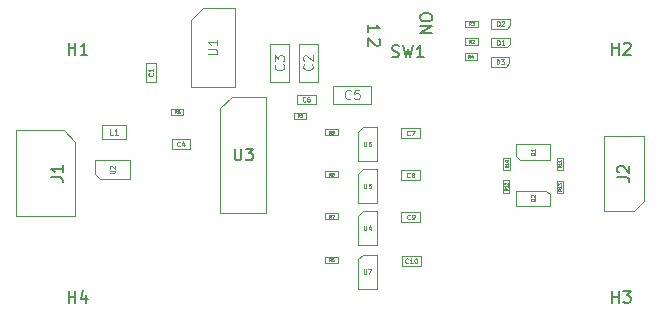
<source format=gbr>
%TF.GenerationSoftware,KiCad,Pcbnew,(6.0.9)*%
%TF.CreationDate,2022-11-08T23:36:55-08:00*%
%TF.ProjectId,esp32-prog,65737033-322d-4707-926f-672e6b696361,rev?*%
%TF.SameCoordinates,PX8f0d180PY2d4cae0*%
%TF.FileFunction,AssemblyDrawing,Top*%
%FSLAX46Y46*%
G04 Gerber Fmt 4.6, Leading zero omitted, Abs format (unit mm)*
G04 Created by KiCad (PCBNEW (6.0.9)) date 2022-11-08 23:36:55*
%MOMM*%
%LPD*%
G01*
G04 APERTURE LIST*
%ADD10C,0.120000*%
%ADD11C,0.080000*%
%ADD12C,0.060000*%
%ADD13C,0.040000*%
%ADD14C,0.150000*%
%ADD15C,0.050000*%
%ADD16C,0.100000*%
G04 APERTURE END LIST*
D10*
%TO.C,C5*%
X27614266Y-8653114D02*
X27576171Y-8691209D01*
X27461885Y-8729304D01*
X27385695Y-8729304D01*
X27271409Y-8691209D01*
X27195219Y-8615019D01*
X27157123Y-8538828D01*
X27119028Y-8386447D01*
X27119028Y-8272161D01*
X27157123Y-8119780D01*
X27195219Y-8043590D01*
X27271409Y-7967400D01*
X27385695Y-7929304D01*
X27461885Y-7929304D01*
X27576171Y-7967400D01*
X27614266Y-8005495D01*
X28338076Y-7929304D02*
X27957123Y-7929304D01*
X27919028Y-8310257D01*
X27957123Y-8272161D01*
X28033314Y-8234066D01*
X28223790Y-8234066D01*
X28299980Y-8272161D01*
X28338076Y-8310257D01*
X28376171Y-8386447D01*
X28376171Y-8576923D01*
X28338076Y-8653114D01*
X28299980Y-8691209D01*
X28223790Y-8729304D01*
X28033314Y-8729304D01*
X27957123Y-8691209D01*
X27919028Y-8653114D01*
D11*
%TO.C,L1*%
X7496666Y-11743190D02*
X7258571Y-11743190D01*
X7258571Y-11243190D01*
X7925238Y-11743190D02*
X7639523Y-11743190D01*
X7782380Y-11743190D02*
X7782380Y-11243190D01*
X7734761Y-11314619D01*
X7687142Y-11362238D01*
X7639523Y-11386047D01*
D12*
%TO.C,C1*%
X10844857Y-6529066D02*
X10863904Y-6548114D01*
X10882952Y-6605257D01*
X10882952Y-6643352D01*
X10863904Y-6700495D01*
X10825809Y-6738590D01*
X10787714Y-6757638D01*
X10711523Y-6776685D01*
X10654380Y-6776685D01*
X10578190Y-6757638D01*
X10540095Y-6738590D01*
X10502000Y-6700495D01*
X10482952Y-6643352D01*
X10482952Y-6605257D01*
X10502000Y-6548114D01*
X10521047Y-6529066D01*
X10882952Y-6148114D02*
X10882952Y-6376685D01*
X10882952Y-6262400D02*
X10482952Y-6262400D01*
X10540095Y-6300495D01*
X10578190Y-6338590D01*
X10597238Y-6376685D01*
%TO.C,U7*%
X28721838Y-23115352D02*
X28721838Y-23439161D01*
X28740885Y-23477257D01*
X28759933Y-23496304D01*
X28798028Y-23515352D01*
X28874219Y-23515352D01*
X28912314Y-23496304D01*
X28931361Y-23477257D01*
X28950409Y-23439161D01*
X28950409Y-23115352D01*
X29102790Y-23115352D02*
X29369457Y-23115352D01*
X29198028Y-23515352D01*
D13*
%TO.C,R10*%
X40920819Y-14353142D02*
X40797009Y-14439809D01*
X40920819Y-14501714D02*
X40660819Y-14501714D01*
X40660819Y-14402666D01*
X40673200Y-14377904D01*
X40685580Y-14365523D01*
X40710342Y-14353142D01*
X40747485Y-14353142D01*
X40772247Y-14365523D01*
X40784628Y-14377904D01*
X40797009Y-14402666D01*
X40797009Y-14501714D01*
X40920819Y-14105523D02*
X40920819Y-14254095D01*
X40920819Y-14179809D02*
X40660819Y-14179809D01*
X40697961Y-14204571D01*
X40722723Y-14229333D01*
X40735104Y-14254095D01*
X40660819Y-13944571D02*
X40660819Y-13919809D01*
X40673200Y-13895047D01*
X40685580Y-13882666D01*
X40710342Y-13870285D01*
X40759866Y-13857904D01*
X40821771Y-13857904D01*
X40871295Y-13870285D01*
X40896057Y-13882666D01*
X40908438Y-13895047D01*
X40920819Y-13919809D01*
X40920819Y-13944571D01*
X40908438Y-13969333D01*
X40896057Y-13981714D01*
X40871295Y-13994095D01*
X40821771Y-14006476D01*
X40759866Y-14006476D01*
X40710342Y-13994095D01*
X40685580Y-13981714D01*
X40673200Y-13969333D01*
X40660819Y-13944571D01*
D14*
%TO.C,SW1*%
X30014580Y-3627085D02*
X30062200Y-3674704D01*
X30109819Y-3769942D01*
X30109819Y-4008038D01*
X30062200Y-4103276D01*
X30014580Y-4150895D01*
X29919342Y-4198514D01*
X29824104Y-4198514D01*
X29681247Y-4150895D01*
X29109819Y-3579466D01*
X29109819Y-4198514D01*
X31128866Y-5117561D02*
X31271723Y-5165180D01*
X31509819Y-5165180D01*
X31605057Y-5117561D01*
X31652676Y-5069942D01*
X31700295Y-4974704D01*
X31700295Y-4879466D01*
X31652676Y-4784228D01*
X31605057Y-4736609D01*
X31509819Y-4688990D01*
X31319342Y-4641371D01*
X31224104Y-4593752D01*
X31176485Y-4546133D01*
X31128866Y-4450895D01*
X31128866Y-4355657D01*
X31176485Y-4260419D01*
X31224104Y-4212800D01*
X31319342Y-4165180D01*
X31557438Y-4165180D01*
X31700295Y-4212800D01*
X32033628Y-4165180D02*
X32271723Y-5165180D01*
X32462200Y-4450895D01*
X32652676Y-5165180D01*
X32890771Y-4165180D01*
X33795533Y-5165180D02*
X33224104Y-5165180D01*
X33509819Y-5165180D02*
X33509819Y-4165180D01*
X33414580Y-4308038D01*
X33319342Y-4403276D01*
X33224104Y-4450895D01*
X29109819Y-2998514D02*
X29109819Y-2427085D01*
X29109819Y-2712800D02*
X30109819Y-2712800D01*
X29966961Y-2617561D01*
X29871723Y-2522323D01*
X29824104Y-2427085D01*
X34509819Y-1693752D02*
X34509819Y-1884228D01*
X34462200Y-1979466D01*
X34366961Y-2074704D01*
X34176485Y-2122323D01*
X33843152Y-2122323D01*
X33652676Y-2074704D01*
X33557438Y-1979466D01*
X33509819Y-1884228D01*
X33509819Y-1693752D01*
X33557438Y-1598514D01*
X33652676Y-1503276D01*
X33843152Y-1455657D01*
X34176485Y-1455657D01*
X34366961Y-1503276D01*
X34462200Y-1598514D01*
X34509819Y-1693752D01*
X33509819Y-2550895D02*
X34509819Y-2550895D01*
X33509819Y-3122323D01*
X34509819Y-3122323D01*
D13*
%TO.C,R2*%
X37786666Y-3957619D02*
X37700000Y-3833809D01*
X37638095Y-3957619D02*
X37638095Y-3697619D01*
X37737142Y-3697619D01*
X37761904Y-3710000D01*
X37774285Y-3722380D01*
X37786666Y-3747142D01*
X37786666Y-3784285D01*
X37774285Y-3809047D01*
X37761904Y-3821428D01*
X37737142Y-3833809D01*
X37638095Y-3833809D01*
X37885714Y-3722380D02*
X37898095Y-3710000D01*
X37922857Y-3697619D01*
X37984761Y-3697619D01*
X38009523Y-3710000D01*
X38021904Y-3722380D01*
X38034285Y-3747142D01*
X38034285Y-3771904D01*
X38021904Y-3809047D01*
X37873333Y-3957619D01*
X38034285Y-3957619D01*
D12*
%TO.C,C10*%
X32477857Y-22562857D02*
X32458809Y-22581904D01*
X32401666Y-22600952D01*
X32363571Y-22600952D01*
X32306428Y-22581904D01*
X32268333Y-22543809D01*
X32249285Y-22505714D01*
X32230238Y-22429523D01*
X32230238Y-22372380D01*
X32249285Y-22296190D01*
X32268333Y-22258095D01*
X32306428Y-22220000D01*
X32363571Y-22200952D01*
X32401666Y-22200952D01*
X32458809Y-22220000D01*
X32477857Y-22239047D01*
X32858809Y-22600952D02*
X32630238Y-22600952D01*
X32744523Y-22600952D02*
X32744523Y-22200952D01*
X32706428Y-22258095D01*
X32668333Y-22296190D01*
X32630238Y-22315238D01*
X33106428Y-22200952D02*
X33144523Y-22200952D01*
X33182619Y-22220000D01*
X33201666Y-22239047D01*
X33220714Y-22277142D01*
X33239761Y-22353333D01*
X33239761Y-22448571D01*
X33220714Y-22524761D01*
X33201666Y-22562857D01*
X33182619Y-22581904D01*
X33144523Y-22600952D01*
X33106428Y-22600952D01*
X33068333Y-22581904D01*
X33049285Y-22562857D01*
X33030238Y-22524761D01*
X33011190Y-22448571D01*
X33011190Y-22353333D01*
X33030238Y-22277142D01*
X33049285Y-22239047D01*
X33068333Y-22220000D01*
X33106428Y-22200952D01*
D14*
%TO.C,H4*%
X3738095Y-25952380D02*
X3738095Y-24952380D01*
X3738095Y-25428571D02*
X4309523Y-25428571D01*
X4309523Y-25952380D02*
X4309523Y-24952380D01*
X5214285Y-25285714D02*
X5214285Y-25952380D01*
X4976190Y-24904761D02*
X4738095Y-25619047D01*
X5357142Y-25619047D01*
D12*
%TO.C,U6*%
X28721838Y-12320352D02*
X28721838Y-12644161D01*
X28740885Y-12682257D01*
X28759933Y-12701304D01*
X28798028Y-12720352D01*
X28874219Y-12720352D01*
X28912314Y-12701304D01*
X28931361Y-12682257D01*
X28950409Y-12644161D01*
X28950409Y-12320352D01*
X29312314Y-12320352D02*
X29236123Y-12320352D01*
X29198028Y-12339400D01*
X29178980Y-12358447D01*
X29140885Y-12415590D01*
X29121838Y-12491780D01*
X29121838Y-12644161D01*
X29140885Y-12682257D01*
X29159933Y-12701304D01*
X29198028Y-12720352D01*
X29274219Y-12720352D01*
X29312314Y-12701304D01*
X29331361Y-12682257D01*
X29350409Y-12644161D01*
X29350409Y-12548923D01*
X29331361Y-12510828D01*
X29312314Y-12491780D01*
X29274219Y-12472733D01*
X29198028Y-12472733D01*
X29159933Y-12491780D01*
X29140885Y-12510828D01*
X29121838Y-12548923D01*
D14*
%TO.C,H2*%
X49738095Y-4952380D02*
X49738095Y-3952380D01*
X49738095Y-4428571D02*
X50309523Y-4428571D01*
X50309523Y-4952380D02*
X50309523Y-3952380D01*
X50738095Y-4047619D02*
X50785714Y-4000000D01*
X50880952Y-3952380D01*
X51119047Y-3952380D01*
X51214285Y-4000000D01*
X51261904Y-4047619D01*
X51309523Y-4142857D01*
X51309523Y-4238095D01*
X51261904Y-4380952D01*
X50690476Y-4952380D01*
X51309523Y-4952380D01*
D12*
%TO.C,D3*%
X39962261Y-5752552D02*
X39962261Y-5352552D01*
X40057500Y-5352552D01*
X40114642Y-5371600D01*
X40152738Y-5409695D01*
X40171785Y-5447790D01*
X40190833Y-5523980D01*
X40190833Y-5581123D01*
X40171785Y-5657314D01*
X40152738Y-5695409D01*
X40114642Y-5733504D01*
X40057500Y-5752552D01*
X39962261Y-5752552D01*
X40324166Y-5352552D02*
X40571785Y-5352552D01*
X40438452Y-5504933D01*
X40495595Y-5504933D01*
X40533690Y-5523980D01*
X40552738Y-5543028D01*
X40571785Y-5581123D01*
X40571785Y-5676361D01*
X40552738Y-5714457D01*
X40533690Y-5733504D01*
X40495595Y-5752552D01*
X40381309Y-5752552D01*
X40343214Y-5733504D01*
X40324166Y-5714457D01*
D13*
%TO.C,R4*%
X37736666Y-5217619D02*
X37650000Y-5093809D01*
X37588095Y-5217619D02*
X37588095Y-4957619D01*
X37687142Y-4957619D01*
X37711904Y-4970000D01*
X37724285Y-4982380D01*
X37736666Y-5007142D01*
X37736666Y-5044285D01*
X37724285Y-5069047D01*
X37711904Y-5081428D01*
X37687142Y-5093809D01*
X37588095Y-5093809D01*
X37959523Y-5044285D02*
X37959523Y-5217619D01*
X37897619Y-4945238D02*
X37835714Y-5130952D01*
X37996666Y-5130952D01*
D12*
%TO.C,U4*%
X28721838Y-19432352D02*
X28721838Y-19756161D01*
X28740885Y-19794257D01*
X28759933Y-19813304D01*
X28798028Y-19832352D01*
X28874219Y-19832352D01*
X28912314Y-19813304D01*
X28931361Y-19794257D01*
X28950409Y-19756161D01*
X28950409Y-19432352D01*
X29312314Y-19565685D02*
X29312314Y-19832352D01*
X29217076Y-19413304D02*
X29121838Y-19699019D01*
X29369457Y-19699019D01*
D13*
%TO.C,R12*%
X40895419Y-16283542D02*
X40771609Y-16370209D01*
X40895419Y-16432114D02*
X40635419Y-16432114D01*
X40635419Y-16333066D01*
X40647800Y-16308304D01*
X40660180Y-16295923D01*
X40684942Y-16283542D01*
X40722085Y-16283542D01*
X40746847Y-16295923D01*
X40759228Y-16308304D01*
X40771609Y-16333066D01*
X40771609Y-16432114D01*
X40895419Y-16035923D02*
X40895419Y-16184495D01*
X40895419Y-16110209D02*
X40635419Y-16110209D01*
X40672561Y-16134971D01*
X40697323Y-16159733D01*
X40709704Y-16184495D01*
X40660180Y-15936876D02*
X40647800Y-15924495D01*
X40635419Y-15899733D01*
X40635419Y-15837828D01*
X40647800Y-15813066D01*
X40660180Y-15800685D01*
X40684942Y-15788304D01*
X40709704Y-15788304D01*
X40746847Y-15800685D01*
X40895419Y-15949257D01*
X40895419Y-15788304D01*
%TO.C,R9*%
X25935266Y-11641019D02*
X25848600Y-11517209D01*
X25786695Y-11641019D02*
X25786695Y-11381019D01*
X25885742Y-11381019D01*
X25910504Y-11393400D01*
X25922885Y-11405780D01*
X25935266Y-11430542D01*
X25935266Y-11467685D01*
X25922885Y-11492447D01*
X25910504Y-11504828D01*
X25885742Y-11517209D01*
X25786695Y-11517209D01*
X26059076Y-11641019D02*
X26108600Y-11641019D01*
X26133361Y-11628638D01*
X26145742Y-11616257D01*
X26170504Y-11579114D01*
X26182885Y-11529590D01*
X26182885Y-11430542D01*
X26170504Y-11405780D01*
X26158123Y-11393400D01*
X26133361Y-11381019D01*
X26083838Y-11381019D01*
X26059076Y-11393400D01*
X26046695Y-11405780D01*
X26034314Y-11430542D01*
X26034314Y-11492447D01*
X26046695Y-11517209D01*
X26059076Y-11529590D01*
X26083838Y-11541971D01*
X26133361Y-11541971D01*
X26158123Y-11529590D01*
X26170504Y-11517209D01*
X26182885Y-11492447D01*
%TO.C,R6*%
X25935266Y-22436019D02*
X25848600Y-22312209D01*
X25786695Y-22436019D02*
X25786695Y-22176019D01*
X25885742Y-22176019D01*
X25910504Y-22188400D01*
X25922885Y-22200780D01*
X25935266Y-22225542D01*
X25935266Y-22262685D01*
X25922885Y-22287447D01*
X25910504Y-22299828D01*
X25885742Y-22312209D01*
X25786695Y-22312209D01*
X26158123Y-22176019D02*
X26108600Y-22176019D01*
X26083838Y-22188400D01*
X26071457Y-22200780D01*
X26046695Y-22237923D01*
X26034314Y-22287447D01*
X26034314Y-22386495D01*
X26046695Y-22411257D01*
X26059076Y-22423638D01*
X26083838Y-22436019D01*
X26133361Y-22436019D01*
X26158123Y-22423638D01*
X26170504Y-22411257D01*
X26182885Y-22386495D01*
X26182885Y-22324590D01*
X26170504Y-22299828D01*
X26158123Y-22287447D01*
X26133361Y-22275066D01*
X26083838Y-22275066D01*
X26059076Y-22287447D01*
X26046695Y-22299828D01*
X26034314Y-22324590D01*
D14*
%TO.C,H3*%
X49738095Y-25952380D02*
X49738095Y-24952380D01*
X49738095Y-25428571D02*
X50309523Y-25428571D01*
X50309523Y-25952380D02*
X50309523Y-24952380D01*
X50690476Y-24952380D02*
X51309523Y-24952380D01*
X50976190Y-25333333D01*
X51119047Y-25333333D01*
X51214285Y-25380952D01*
X51261904Y-25428571D01*
X51309523Y-25523809D01*
X51309523Y-25761904D01*
X51261904Y-25857142D01*
X51214285Y-25904761D01*
X51119047Y-25952380D01*
X50833333Y-25952380D01*
X50738095Y-25904761D01*
X50690476Y-25857142D01*
D13*
%TO.C,R7*%
X25935266Y-18753019D02*
X25848600Y-18629209D01*
X25786695Y-18753019D02*
X25786695Y-18493019D01*
X25885742Y-18493019D01*
X25910504Y-18505400D01*
X25922885Y-18517780D01*
X25935266Y-18542542D01*
X25935266Y-18579685D01*
X25922885Y-18604447D01*
X25910504Y-18616828D01*
X25885742Y-18629209D01*
X25786695Y-18629209D01*
X26021933Y-18493019D02*
X26195266Y-18493019D01*
X26083838Y-18753019D01*
D14*
%TO.C,J1*%
X2256380Y-15333333D02*
X2970666Y-15333333D01*
X3113523Y-15380952D01*
X3208761Y-15476190D01*
X3256380Y-15619047D01*
X3256380Y-15714285D01*
X3256380Y-14333333D02*
X3256380Y-14904761D01*
X3256380Y-14619047D02*
X2256380Y-14619047D01*
X2399238Y-14714285D01*
X2494476Y-14809523D01*
X2542095Y-14904761D01*
D12*
%TO.C,U5*%
X28721838Y-15876352D02*
X28721838Y-16200161D01*
X28740885Y-16238257D01*
X28759933Y-16257304D01*
X28798028Y-16276352D01*
X28874219Y-16276352D01*
X28912314Y-16257304D01*
X28931361Y-16238257D01*
X28950409Y-16200161D01*
X28950409Y-15876352D01*
X29331361Y-15876352D02*
X29140885Y-15876352D01*
X29121838Y-16066828D01*
X29140885Y-16047780D01*
X29178980Y-16028733D01*
X29274219Y-16028733D01*
X29312314Y-16047780D01*
X29331361Y-16066828D01*
X29350409Y-16104923D01*
X29350409Y-16200161D01*
X29331361Y-16238257D01*
X29312314Y-16257304D01*
X29274219Y-16276352D01*
X29178980Y-16276352D01*
X29140885Y-16257304D01*
X29121838Y-16238257D01*
%TO.C,C7*%
X32617533Y-11742457D02*
X32598485Y-11761504D01*
X32541342Y-11780552D01*
X32503247Y-11780552D01*
X32446104Y-11761504D01*
X32408009Y-11723409D01*
X32388961Y-11685314D01*
X32369914Y-11609123D01*
X32369914Y-11551980D01*
X32388961Y-11475790D01*
X32408009Y-11437695D01*
X32446104Y-11399600D01*
X32503247Y-11380552D01*
X32541342Y-11380552D01*
X32598485Y-11399600D01*
X32617533Y-11418647D01*
X32750866Y-11380552D02*
X33017533Y-11380552D01*
X32846104Y-11780552D01*
D10*
%TO.C,C2*%
X24322714Y-5782933D02*
X24360809Y-5821028D01*
X24398904Y-5935314D01*
X24398904Y-6011504D01*
X24360809Y-6125790D01*
X24284619Y-6201980D01*
X24208428Y-6240076D01*
X24056047Y-6278171D01*
X23941761Y-6278171D01*
X23789380Y-6240076D01*
X23713190Y-6201980D01*
X23637000Y-6125790D01*
X23598904Y-6011504D01*
X23598904Y-5935314D01*
X23637000Y-5821028D01*
X23675095Y-5782933D01*
X23675095Y-5478171D02*
X23637000Y-5440076D01*
X23598904Y-5363885D01*
X23598904Y-5173409D01*
X23637000Y-5097219D01*
X23675095Y-5059123D01*
X23751285Y-5021028D01*
X23827476Y-5021028D01*
X23941761Y-5059123D01*
X24398904Y-5516266D01*
X24398904Y-5021028D01*
D13*
%TO.C,R11*%
X45442019Y-14353142D02*
X45318209Y-14439809D01*
X45442019Y-14501714D02*
X45182019Y-14501714D01*
X45182019Y-14402666D01*
X45194400Y-14377904D01*
X45206780Y-14365523D01*
X45231542Y-14353142D01*
X45268685Y-14353142D01*
X45293447Y-14365523D01*
X45305828Y-14377904D01*
X45318209Y-14402666D01*
X45318209Y-14501714D01*
X45442019Y-14105523D02*
X45442019Y-14254095D01*
X45442019Y-14179809D02*
X45182019Y-14179809D01*
X45219161Y-14204571D01*
X45243923Y-14229333D01*
X45256304Y-14254095D01*
X45442019Y-13857904D02*
X45442019Y-14006476D01*
X45442019Y-13932190D02*
X45182019Y-13932190D01*
X45219161Y-13956952D01*
X45243923Y-13981714D01*
X45256304Y-14006476D01*
D15*
%TO.C,Q2*%
X43239038Y-17137476D02*
X43223800Y-17167952D01*
X43193323Y-17198428D01*
X43147609Y-17244142D01*
X43132371Y-17274619D01*
X43132371Y-17305095D01*
X43208561Y-17289857D02*
X43193323Y-17320333D01*
X43162847Y-17350809D01*
X43101895Y-17366047D01*
X42995228Y-17366047D01*
X42934276Y-17350809D01*
X42903800Y-17320333D01*
X42888561Y-17289857D01*
X42888561Y-17228904D01*
X42903800Y-17198428D01*
X42934276Y-17167952D01*
X42995228Y-17152714D01*
X43101895Y-17152714D01*
X43162847Y-17167952D01*
X43193323Y-17198428D01*
X43208561Y-17228904D01*
X43208561Y-17289857D01*
X42919038Y-17030809D02*
X42903800Y-17015571D01*
X42888561Y-16985095D01*
X42888561Y-16908904D01*
X42903800Y-16878428D01*
X42919038Y-16863190D01*
X42949514Y-16847952D01*
X42979990Y-16847952D01*
X43025704Y-16863190D01*
X43208561Y-17046047D01*
X43208561Y-16847952D01*
D12*
%TO.C,C9*%
X32642933Y-18854457D02*
X32623885Y-18873504D01*
X32566742Y-18892552D01*
X32528647Y-18892552D01*
X32471504Y-18873504D01*
X32433409Y-18835409D01*
X32414361Y-18797314D01*
X32395314Y-18721123D01*
X32395314Y-18663980D01*
X32414361Y-18587790D01*
X32433409Y-18549695D01*
X32471504Y-18511600D01*
X32528647Y-18492552D01*
X32566742Y-18492552D01*
X32623885Y-18511600D01*
X32642933Y-18530647D01*
X32833409Y-18892552D02*
X32909600Y-18892552D01*
X32947695Y-18873504D01*
X32966742Y-18854457D01*
X33004838Y-18797314D01*
X33023885Y-18721123D01*
X33023885Y-18568742D01*
X33004838Y-18530647D01*
X32985790Y-18511600D01*
X32947695Y-18492552D01*
X32871504Y-18492552D01*
X32833409Y-18511600D01*
X32814361Y-18530647D01*
X32795314Y-18568742D01*
X32795314Y-18663980D01*
X32814361Y-18702076D01*
X32833409Y-18721123D01*
X32871504Y-18740171D01*
X32947695Y-18740171D01*
X32985790Y-18721123D01*
X33004838Y-18702076D01*
X33023885Y-18663980D01*
D15*
%TO.C,Q1*%
X43239038Y-13225876D02*
X43223800Y-13256352D01*
X43193323Y-13286828D01*
X43147609Y-13332542D01*
X43132371Y-13363019D01*
X43132371Y-13393495D01*
X43208561Y-13378257D02*
X43193323Y-13408733D01*
X43162847Y-13439209D01*
X43101895Y-13454447D01*
X42995228Y-13454447D01*
X42934276Y-13439209D01*
X42903800Y-13408733D01*
X42888561Y-13378257D01*
X42888561Y-13317304D01*
X42903800Y-13286828D01*
X42934276Y-13256352D01*
X42995228Y-13241114D01*
X43101895Y-13241114D01*
X43162847Y-13256352D01*
X43193323Y-13286828D01*
X43208561Y-13317304D01*
X43208561Y-13378257D01*
X43208561Y-12936352D02*
X43208561Y-13119209D01*
X43208561Y-13027780D02*
X42888561Y-13027780D01*
X42934276Y-13058257D01*
X42964752Y-13088733D01*
X42979990Y-13119209D01*
D10*
%TO.C,U1*%
X15521704Y-4938323D02*
X16169323Y-4938323D01*
X16245514Y-4900228D01*
X16283609Y-4862133D01*
X16321704Y-4785942D01*
X16321704Y-4633561D01*
X16283609Y-4557371D01*
X16245514Y-4519276D01*
X16169323Y-4481180D01*
X15521704Y-4481180D01*
X16321704Y-3681180D02*
X16321704Y-4138323D01*
X16321704Y-3909752D02*
X15521704Y-3909752D01*
X15635990Y-3985942D01*
X15712180Y-4062133D01*
X15750276Y-4138323D01*
D12*
%TO.C,D2*%
X40014761Y-2520952D02*
X40014761Y-2120952D01*
X40110000Y-2120952D01*
X40167142Y-2140000D01*
X40205238Y-2178095D01*
X40224285Y-2216190D01*
X40243333Y-2292380D01*
X40243333Y-2349523D01*
X40224285Y-2425714D01*
X40205238Y-2463809D01*
X40167142Y-2501904D01*
X40110000Y-2520952D01*
X40014761Y-2520952D01*
X40395714Y-2159047D02*
X40414761Y-2140000D01*
X40452857Y-2120952D01*
X40548095Y-2120952D01*
X40586190Y-2140000D01*
X40605238Y-2159047D01*
X40624285Y-2197142D01*
X40624285Y-2235238D01*
X40605238Y-2292380D01*
X40376666Y-2520952D01*
X40624285Y-2520952D01*
D13*
%TO.C,R3*%
X37786666Y-2447619D02*
X37700000Y-2323809D01*
X37638095Y-2447619D02*
X37638095Y-2187619D01*
X37737142Y-2187619D01*
X37761904Y-2200000D01*
X37774285Y-2212380D01*
X37786666Y-2237142D01*
X37786666Y-2274285D01*
X37774285Y-2299047D01*
X37761904Y-2311428D01*
X37737142Y-2323809D01*
X37638095Y-2323809D01*
X37873333Y-2187619D02*
X38034285Y-2187619D01*
X37947619Y-2286666D01*
X37984761Y-2286666D01*
X38009523Y-2299047D01*
X38021904Y-2311428D01*
X38034285Y-2336190D01*
X38034285Y-2398095D01*
X38021904Y-2422857D01*
X38009523Y-2435238D01*
X37984761Y-2447619D01*
X37910476Y-2447619D01*
X37885714Y-2435238D01*
X37873333Y-2422857D01*
%TO.C,R5*%
X12876666Y-9917619D02*
X12790000Y-9793809D01*
X12728095Y-9917619D02*
X12728095Y-9657619D01*
X12827142Y-9657619D01*
X12851904Y-9670000D01*
X12864285Y-9682380D01*
X12876666Y-9707142D01*
X12876666Y-9744285D01*
X12864285Y-9769047D01*
X12851904Y-9781428D01*
X12827142Y-9793809D01*
X12728095Y-9793809D01*
X13111904Y-9657619D02*
X12988095Y-9657619D01*
X12975714Y-9781428D01*
X12988095Y-9769047D01*
X13012857Y-9756666D01*
X13074761Y-9756666D01*
X13099523Y-9769047D01*
X13111904Y-9781428D01*
X13124285Y-9806190D01*
X13124285Y-9868095D01*
X13111904Y-9892857D01*
X13099523Y-9905238D01*
X13074761Y-9917619D01*
X13012857Y-9917619D01*
X12988095Y-9905238D01*
X12975714Y-9892857D01*
D10*
%TO.C,C3*%
X21909714Y-5782933D02*
X21947809Y-5821028D01*
X21985904Y-5935314D01*
X21985904Y-6011504D01*
X21947809Y-6125790D01*
X21871619Y-6201980D01*
X21795428Y-6240076D01*
X21643047Y-6278171D01*
X21528761Y-6278171D01*
X21376380Y-6240076D01*
X21300190Y-6201980D01*
X21224000Y-6125790D01*
X21185904Y-6011504D01*
X21185904Y-5935314D01*
X21224000Y-5821028D01*
X21262095Y-5782933D01*
X21185904Y-5516266D02*
X21185904Y-5021028D01*
X21490666Y-5287695D01*
X21490666Y-5173409D01*
X21528761Y-5097219D01*
X21566857Y-5059123D01*
X21643047Y-5021028D01*
X21833523Y-5021028D01*
X21909714Y-5059123D01*
X21947809Y-5097219D01*
X21985904Y-5173409D01*
X21985904Y-5401980D01*
X21947809Y-5478171D01*
X21909714Y-5516266D01*
D12*
%TO.C,C8*%
X32617533Y-15298457D02*
X32598485Y-15317504D01*
X32541342Y-15336552D01*
X32503247Y-15336552D01*
X32446104Y-15317504D01*
X32408009Y-15279409D01*
X32388961Y-15241314D01*
X32369914Y-15165123D01*
X32369914Y-15107980D01*
X32388961Y-15031790D01*
X32408009Y-14993695D01*
X32446104Y-14955600D01*
X32503247Y-14936552D01*
X32541342Y-14936552D01*
X32598485Y-14955600D01*
X32617533Y-14974647D01*
X32846104Y-15107980D02*
X32808009Y-15088933D01*
X32788961Y-15069885D01*
X32769914Y-15031790D01*
X32769914Y-15012742D01*
X32788961Y-14974647D01*
X32808009Y-14955600D01*
X32846104Y-14936552D01*
X32922295Y-14936552D01*
X32960390Y-14955600D01*
X32979438Y-14974647D01*
X32998485Y-15012742D01*
X32998485Y-15031790D01*
X32979438Y-15069885D01*
X32960390Y-15088933D01*
X32922295Y-15107980D01*
X32846104Y-15107980D01*
X32808009Y-15127028D01*
X32788961Y-15146076D01*
X32769914Y-15184171D01*
X32769914Y-15260361D01*
X32788961Y-15298457D01*
X32808009Y-15317504D01*
X32846104Y-15336552D01*
X32922295Y-15336552D01*
X32960390Y-15317504D01*
X32979438Y-15298457D01*
X32998485Y-15260361D01*
X32998485Y-15184171D01*
X32979438Y-15146076D01*
X32960390Y-15127028D01*
X32922295Y-15107980D01*
D14*
%TO.C,U3*%
X17780733Y-12910733D02*
X17780733Y-13704066D01*
X17827400Y-13797400D01*
X17874066Y-13844066D01*
X17967400Y-13890733D01*
X18154066Y-13890733D01*
X18247400Y-13844066D01*
X18294066Y-13797400D01*
X18340733Y-13704066D01*
X18340733Y-12910733D01*
X18714066Y-12910733D02*
X19320733Y-12910733D01*
X18994066Y-13284066D01*
X19134066Y-13284066D01*
X19227400Y-13330733D01*
X19274066Y-13377400D01*
X19320733Y-13470733D01*
X19320733Y-13704066D01*
X19274066Y-13797400D01*
X19227400Y-13844066D01*
X19134066Y-13890733D01*
X18854066Y-13890733D01*
X18760733Y-13844066D01*
X18714066Y-13797400D01*
D12*
%TO.C,C6*%
X23782333Y-8891257D02*
X23763285Y-8910304D01*
X23706142Y-8929352D01*
X23668047Y-8929352D01*
X23610904Y-8910304D01*
X23572809Y-8872209D01*
X23553761Y-8834114D01*
X23534714Y-8757923D01*
X23534714Y-8700780D01*
X23553761Y-8624590D01*
X23572809Y-8586495D01*
X23610904Y-8548400D01*
X23668047Y-8529352D01*
X23706142Y-8529352D01*
X23763285Y-8548400D01*
X23782333Y-8567447D01*
X24125190Y-8529352D02*
X24049000Y-8529352D01*
X24010904Y-8548400D01*
X23991857Y-8567447D01*
X23953761Y-8624590D01*
X23934714Y-8700780D01*
X23934714Y-8853161D01*
X23953761Y-8891257D01*
X23972809Y-8910304D01*
X24010904Y-8929352D01*
X24087095Y-8929352D01*
X24125190Y-8910304D01*
X24144238Y-8891257D01*
X24163285Y-8853161D01*
X24163285Y-8757923D01*
X24144238Y-8719828D01*
X24125190Y-8700780D01*
X24087095Y-8681733D01*
X24010904Y-8681733D01*
X23972809Y-8700780D01*
X23953761Y-8719828D01*
X23934714Y-8757923D01*
%TO.C,U2*%
X7233952Y-14996761D02*
X7557761Y-14996761D01*
X7595857Y-14977714D01*
X7614904Y-14958666D01*
X7633952Y-14920571D01*
X7633952Y-14844380D01*
X7614904Y-14806285D01*
X7595857Y-14787238D01*
X7557761Y-14768190D01*
X7233952Y-14768190D01*
X7272047Y-14596761D02*
X7253000Y-14577714D01*
X7233952Y-14539619D01*
X7233952Y-14444380D01*
X7253000Y-14406285D01*
X7272047Y-14387238D01*
X7310142Y-14368190D01*
X7348238Y-14368190D01*
X7405380Y-14387238D01*
X7633952Y-14615809D01*
X7633952Y-14368190D01*
D13*
%TO.C,R1*%
X23284666Y-10237619D02*
X23198000Y-10113809D01*
X23136095Y-10237619D02*
X23136095Y-9977619D01*
X23235142Y-9977619D01*
X23259904Y-9990000D01*
X23272285Y-10002380D01*
X23284666Y-10027142D01*
X23284666Y-10064285D01*
X23272285Y-10089047D01*
X23259904Y-10101428D01*
X23235142Y-10113809D01*
X23136095Y-10113809D01*
X23532285Y-10237619D02*
X23383714Y-10237619D01*
X23458000Y-10237619D02*
X23458000Y-9977619D01*
X23433238Y-10014761D01*
X23408476Y-10039523D01*
X23383714Y-10051904D01*
D12*
%TO.C,D1*%
X40014761Y-4110952D02*
X40014761Y-3710952D01*
X40110000Y-3710952D01*
X40167142Y-3730000D01*
X40205238Y-3768095D01*
X40224285Y-3806190D01*
X40243333Y-3882380D01*
X40243333Y-3939523D01*
X40224285Y-4015714D01*
X40205238Y-4053809D01*
X40167142Y-4091904D01*
X40110000Y-4110952D01*
X40014761Y-4110952D01*
X40624285Y-4110952D02*
X40395714Y-4110952D01*
X40510000Y-4110952D02*
X40510000Y-3710952D01*
X40471904Y-3768095D01*
X40433809Y-3806190D01*
X40395714Y-3825238D01*
%TO.C,C4*%
X13177533Y-12675857D02*
X13158485Y-12694904D01*
X13101342Y-12713952D01*
X13063247Y-12713952D01*
X13006104Y-12694904D01*
X12968009Y-12656809D01*
X12948961Y-12618714D01*
X12929914Y-12542523D01*
X12929914Y-12485380D01*
X12948961Y-12409190D01*
X12968009Y-12371095D01*
X13006104Y-12333000D01*
X13063247Y-12313952D01*
X13101342Y-12313952D01*
X13158485Y-12333000D01*
X13177533Y-12352047D01*
X13520390Y-12447285D02*
X13520390Y-12713952D01*
X13425152Y-12294904D02*
X13329914Y-12580619D01*
X13577533Y-12580619D01*
D13*
%TO.C,R13*%
X45442019Y-16306942D02*
X45318209Y-16393609D01*
X45442019Y-16455514D02*
X45182019Y-16455514D01*
X45182019Y-16356466D01*
X45194400Y-16331704D01*
X45206780Y-16319323D01*
X45231542Y-16306942D01*
X45268685Y-16306942D01*
X45293447Y-16319323D01*
X45305828Y-16331704D01*
X45318209Y-16356466D01*
X45318209Y-16455514D01*
X45442019Y-16059323D02*
X45442019Y-16207895D01*
X45442019Y-16133609D02*
X45182019Y-16133609D01*
X45219161Y-16158371D01*
X45243923Y-16183133D01*
X45256304Y-16207895D01*
X45182019Y-15972657D02*
X45182019Y-15811704D01*
X45281066Y-15898371D01*
X45281066Y-15861228D01*
X45293447Y-15836466D01*
X45305828Y-15824085D01*
X45330590Y-15811704D01*
X45392495Y-15811704D01*
X45417257Y-15824085D01*
X45429638Y-15836466D01*
X45442019Y-15861228D01*
X45442019Y-15935514D01*
X45429638Y-15960276D01*
X45417257Y-15972657D01*
%TO.C,R8*%
X25935266Y-15197019D02*
X25848600Y-15073209D01*
X25786695Y-15197019D02*
X25786695Y-14937019D01*
X25885742Y-14937019D01*
X25910504Y-14949400D01*
X25922885Y-14961780D01*
X25935266Y-14986542D01*
X25935266Y-15023685D01*
X25922885Y-15048447D01*
X25910504Y-15060828D01*
X25885742Y-15073209D01*
X25786695Y-15073209D01*
X26083838Y-15048447D02*
X26059076Y-15036066D01*
X26046695Y-15023685D01*
X26034314Y-14998923D01*
X26034314Y-14986542D01*
X26046695Y-14961780D01*
X26059076Y-14949400D01*
X26083838Y-14937019D01*
X26133361Y-14937019D01*
X26158123Y-14949400D01*
X26170504Y-14961780D01*
X26182885Y-14986542D01*
X26182885Y-14998923D01*
X26170504Y-15023685D01*
X26158123Y-15036066D01*
X26133361Y-15048447D01*
X26083838Y-15048447D01*
X26059076Y-15060828D01*
X26046695Y-15073209D01*
X26034314Y-15097971D01*
X26034314Y-15147495D01*
X26046695Y-15172257D01*
X26059076Y-15184638D01*
X26083838Y-15197019D01*
X26133361Y-15197019D01*
X26158123Y-15184638D01*
X26170504Y-15172257D01*
X26182885Y-15147495D01*
X26182885Y-15097971D01*
X26170504Y-15073209D01*
X26158123Y-15060828D01*
X26133361Y-15048447D01*
D14*
%TO.C,J2*%
X50202380Y-15343333D02*
X50916666Y-15343333D01*
X51059523Y-15390952D01*
X51154761Y-15486190D01*
X51202380Y-15629047D01*
X51202380Y-15724285D01*
X50297619Y-14914761D02*
X50250000Y-14867142D01*
X50202380Y-14771904D01*
X50202380Y-14533809D01*
X50250000Y-14438571D01*
X50297619Y-14390952D01*
X50392857Y-14343333D01*
X50488095Y-14343333D01*
X50630952Y-14390952D01*
X51202380Y-14962380D01*
X51202380Y-14343333D01*
%TO.C,H1*%
X3738095Y-4952380D02*
X3738095Y-3952380D01*
X3738095Y-4428571D02*
X4309523Y-4428571D01*
X4309523Y-4952380D02*
X4309523Y-3952380D01*
X5309523Y-4952380D02*
X4738095Y-4952380D01*
X5023809Y-4952380D02*
X5023809Y-3952380D01*
X4928571Y-4095238D01*
X4833333Y-4190476D01*
X4738095Y-4238095D01*
D16*
%TO.C,C5*%
X26147600Y-9167400D02*
X26147600Y-7567400D01*
X29347600Y-7567400D02*
X29347600Y-9167400D01*
X26147600Y-7567400D02*
X29347600Y-7567400D01*
X29347600Y-9167400D02*
X26147600Y-9167400D01*
%TO.C,L1*%
X8580000Y-10917000D02*
X8580000Y-12117000D01*
X8580000Y-12117000D02*
X6580000Y-12117000D01*
X6580000Y-12117000D02*
X6580000Y-10917000D01*
X6580000Y-10917000D02*
X8580000Y-10917000D01*
%TO.C,C1*%
X11102000Y-7262400D02*
X10302000Y-7262400D01*
X10302000Y-7262400D02*
X10302000Y-5662400D01*
X10302000Y-5662400D02*
X11102000Y-5662400D01*
X11102000Y-5662400D02*
X11102000Y-7262400D01*
%TO.C,U7*%
X28226600Y-24784400D02*
X28226600Y-22284400D01*
X28626600Y-21884400D02*
X29826600Y-21884400D01*
X28226600Y-22284400D02*
X28626600Y-21884400D01*
X29826600Y-21884400D02*
X29826600Y-24784400D01*
X29826600Y-24784400D02*
X28226600Y-24784400D01*
%TO.C,R10*%
X41073200Y-14711000D02*
X40533200Y-14711000D01*
X40533200Y-14711000D02*
X40533200Y-13661000D01*
X41073200Y-13661000D02*
X41073200Y-14711000D01*
X40533200Y-13661000D02*
X41073200Y-13661000D01*
%TO.C,R2*%
X37305000Y-4110000D02*
X37305000Y-3570000D01*
X38355000Y-3570000D02*
X38355000Y-4110000D01*
X38355000Y-4110000D02*
X37305000Y-4110000D01*
X37305000Y-3570000D02*
X38355000Y-3570000D01*
%TO.C,C10*%
X31935000Y-22820000D02*
X31935000Y-22020000D01*
X33535000Y-22820000D02*
X31935000Y-22820000D01*
X31935000Y-22020000D02*
X33535000Y-22020000D01*
X33535000Y-22020000D02*
X33535000Y-22820000D01*
%TO.C,U6*%
X28226600Y-11489400D02*
X28626600Y-11089400D01*
X29826600Y-11089400D02*
X29826600Y-13989400D01*
X28226600Y-13989400D02*
X28226600Y-11489400D01*
X28626600Y-11089400D02*
X29826600Y-11089400D01*
X29826600Y-13989400D02*
X28226600Y-13989400D01*
%TO.C,D3*%
X41057500Y-5671600D02*
X41057500Y-5171600D01*
X41057500Y-5171600D02*
X39457500Y-5171600D01*
X40757500Y-5971600D02*
X41057500Y-5671600D01*
X39457500Y-5971600D02*
X40757500Y-5971600D01*
X39457500Y-5171600D02*
X39457500Y-5971600D01*
%TO.C,R4*%
X37255000Y-4830000D02*
X38305000Y-4830000D01*
X38305000Y-4830000D02*
X38305000Y-5370000D01*
X37255000Y-5370000D02*
X37255000Y-4830000D01*
X38305000Y-5370000D02*
X37255000Y-5370000D01*
%TO.C,U4*%
X28626600Y-18201400D02*
X29826600Y-18201400D01*
X28226600Y-18601400D02*
X28626600Y-18201400D01*
X29826600Y-21101400D02*
X28226600Y-21101400D01*
X29826600Y-18201400D02*
X29826600Y-21101400D01*
X28226600Y-21101400D02*
X28226600Y-18601400D01*
%TO.C,R12*%
X40507800Y-15591400D02*
X41047800Y-15591400D01*
X41047800Y-15591400D02*
X41047800Y-16641400D01*
X41047800Y-16641400D02*
X40507800Y-16641400D01*
X40507800Y-16641400D02*
X40507800Y-15591400D01*
%TO.C,R9*%
X25453600Y-11253400D02*
X26503600Y-11253400D01*
X25453600Y-11793400D02*
X25453600Y-11253400D01*
X26503600Y-11793400D02*
X25453600Y-11793400D01*
X26503600Y-11253400D02*
X26503600Y-11793400D01*
%TO.C,R6*%
X26503600Y-22588400D02*
X25453600Y-22588400D01*
X25453600Y-22588400D02*
X25453600Y-22048400D01*
X26503600Y-22048400D02*
X26503600Y-22588400D01*
X25453600Y-22048400D02*
X26503600Y-22048400D01*
%TO.C,R7*%
X25453600Y-18365400D02*
X26503600Y-18365400D01*
X25453600Y-18905400D02*
X25453600Y-18365400D01*
X26503600Y-18905400D02*
X25453600Y-18905400D01*
X26503600Y-18365400D02*
X26503600Y-18905400D01*
%TO.C,J1*%
X-696000Y-11350000D02*
X3304000Y-11350000D01*
X4304000Y-12350000D02*
X4304000Y-18650000D01*
X4304000Y-18650000D02*
X-696000Y-18650000D01*
X-696000Y-18650000D02*
X-696000Y-11350000D01*
X3304000Y-11350000D02*
X4304000Y-12350000D01*
%TO.C,U5*%
X28626600Y-14645400D02*
X29826600Y-14645400D01*
X28226600Y-17545400D02*
X28226600Y-15045400D01*
X29826600Y-17545400D02*
X28226600Y-17545400D01*
X28226600Y-15045400D02*
X28626600Y-14645400D01*
X29826600Y-14645400D02*
X29826600Y-17545400D01*
%TO.C,C7*%
X33484200Y-11999600D02*
X31884200Y-11999600D01*
X31884200Y-11199600D02*
X33484200Y-11199600D01*
X33484200Y-11199600D02*
X33484200Y-11999600D01*
X31884200Y-11999600D02*
X31884200Y-11199600D01*
%TO.C,C2*%
X24837000Y-7249600D02*
X23237000Y-7249600D01*
X23237000Y-7249600D02*
X23237000Y-4049600D01*
X23237000Y-4049600D02*
X24837000Y-4049600D01*
X24837000Y-4049600D02*
X24837000Y-7249600D01*
%TO.C,R11*%
X45594400Y-13661000D02*
X45594400Y-14711000D01*
X45594400Y-14711000D02*
X45054400Y-14711000D01*
X45054400Y-14711000D02*
X45054400Y-13661000D01*
X45054400Y-13661000D02*
X45594400Y-13661000D01*
%TO.C,Q2*%
X44513800Y-17757000D02*
X41613800Y-17757000D01*
X41613800Y-16457000D02*
X44188800Y-16457000D01*
X44513800Y-16782000D02*
X44513800Y-17757000D01*
X44188800Y-16457000D02*
X44513800Y-16782000D01*
X41613800Y-17757000D02*
X41613800Y-16457000D01*
%TO.C,C9*%
X31909600Y-18311600D02*
X33509600Y-18311600D01*
X33509600Y-19111600D02*
X31909600Y-19111600D01*
X33509600Y-18311600D02*
X33509600Y-19111600D01*
X31909600Y-19111600D02*
X31909600Y-18311600D01*
%TO.C,Q1*%
X44513800Y-13845400D02*
X41938800Y-13845400D01*
X41613800Y-13520400D02*
X41613800Y-12545400D01*
X41938800Y-13845400D02*
X41613800Y-13520400D01*
X41613800Y-12545400D02*
X44513800Y-12545400D01*
X44513800Y-12545400D02*
X44513800Y-13845400D01*
%TO.C,U1*%
X17809800Y-978800D02*
X17809800Y-7678800D01*
X14109800Y-1978800D02*
X15109800Y-978800D01*
X15109800Y-978800D02*
X17809800Y-978800D01*
X14109800Y-7678800D02*
X17809800Y-7678800D01*
X14109800Y-1978800D02*
X14109800Y-7678800D01*
%TO.C,D2*%
X39510000Y-1940000D02*
X39510000Y-2740000D01*
X40810000Y-2740000D02*
X41110000Y-2440000D01*
X41110000Y-2440000D02*
X41110000Y-1940000D01*
X39510000Y-2740000D02*
X40810000Y-2740000D01*
X41110000Y-1940000D02*
X39510000Y-1940000D01*
%TO.C,R3*%
X37305000Y-2600000D02*
X37305000Y-2060000D01*
X38355000Y-2060000D02*
X38355000Y-2600000D01*
X38355000Y-2600000D02*
X37305000Y-2600000D01*
X37305000Y-2060000D02*
X38355000Y-2060000D01*
%TO.C,R5*%
X12395000Y-10070000D02*
X12395000Y-9530000D01*
X13445000Y-9530000D02*
X13445000Y-10070000D01*
X13445000Y-10070000D02*
X12395000Y-10070000D01*
X12395000Y-9530000D02*
X13445000Y-9530000D01*
%TO.C,C3*%
X22424000Y-7249600D02*
X20824000Y-7249600D01*
X20824000Y-7249600D02*
X20824000Y-4049600D01*
X20824000Y-4049600D02*
X22424000Y-4049600D01*
X22424000Y-4049600D02*
X22424000Y-7249600D01*
%TO.C,C8*%
X31884200Y-14755600D02*
X33484200Y-14755600D01*
X31884200Y-15555600D02*
X31884200Y-14755600D01*
X33484200Y-15555600D02*
X31884200Y-15555600D01*
X33484200Y-14755600D02*
X33484200Y-15555600D01*
%TO.C,U3*%
X20477400Y-18397400D02*
X16577400Y-18397400D01*
X16577400Y-9472400D02*
X17552400Y-8497400D01*
X20477400Y-8497400D02*
X20477400Y-18397400D01*
X17552400Y-8497400D02*
X20477400Y-8497400D01*
X16577400Y-18397400D02*
X16577400Y-9472400D01*
%TO.C,C6*%
X23049000Y-8348400D02*
X24649000Y-8348400D01*
X23049000Y-9148400D02*
X23049000Y-8348400D01*
X24649000Y-9148400D02*
X23049000Y-9148400D01*
X24649000Y-8348400D02*
X24649000Y-9148400D01*
%TO.C,U2*%
X8903000Y-13892000D02*
X8903000Y-15492000D01*
X8903000Y-15492000D02*
X6403000Y-15492000D01*
X6003000Y-15092000D02*
X6003000Y-13892000D01*
X6003000Y-13892000D02*
X8903000Y-13892000D01*
X6403000Y-15492000D02*
X6003000Y-15092000D01*
%TO.C,R1*%
X23853000Y-10390000D02*
X22803000Y-10390000D01*
X22803000Y-10390000D02*
X22803000Y-9850000D01*
X23853000Y-9850000D02*
X23853000Y-10390000D01*
X22803000Y-9850000D02*
X23853000Y-9850000D01*
%TO.C,D1*%
X41110000Y-3530000D02*
X39510000Y-3530000D01*
X41110000Y-4030000D02*
X41110000Y-3530000D01*
X39510000Y-4330000D02*
X40810000Y-4330000D01*
X40810000Y-4330000D02*
X41110000Y-4030000D01*
X39510000Y-3530000D02*
X39510000Y-4330000D01*
%TO.C,C4*%
X12444200Y-12933000D02*
X12444200Y-12133000D01*
X14044200Y-12933000D02*
X12444200Y-12933000D01*
X12444200Y-12133000D02*
X14044200Y-12133000D01*
X14044200Y-12133000D02*
X14044200Y-12933000D01*
%TO.C,R13*%
X45594400Y-15614800D02*
X45594400Y-16664800D01*
X45594400Y-16664800D02*
X45054400Y-16664800D01*
X45054400Y-15614800D02*
X45594400Y-15614800D01*
X45054400Y-16664800D02*
X45054400Y-15614800D01*
%TO.C,R8*%
X26503600Y-15349400D02*
X25453600Y-15349400D01*
X25453600Y-15349400D02*
X25453600Y-14809400D01*
X25453600Y-14809400D02*
X26503600Y-14809400D01*
X26503600Y-14809400D02*
X26503600Y-15349400D01*
%TO.C,J2*%
X52455000Y-17332500D02*
X51602500Y-18185000D01*
X49045000Y-11835000D02*
X52455000Y-11835000D01*
X49045000Y-18185000D02*
X49045000Y-11835000D01*
X51602500Y-18185000D02*
X49045000Y-18185000D01*
X52455000Y-11835000D02*
X52455000Y-17332500D01*
%TD*%
M02*

</source>
